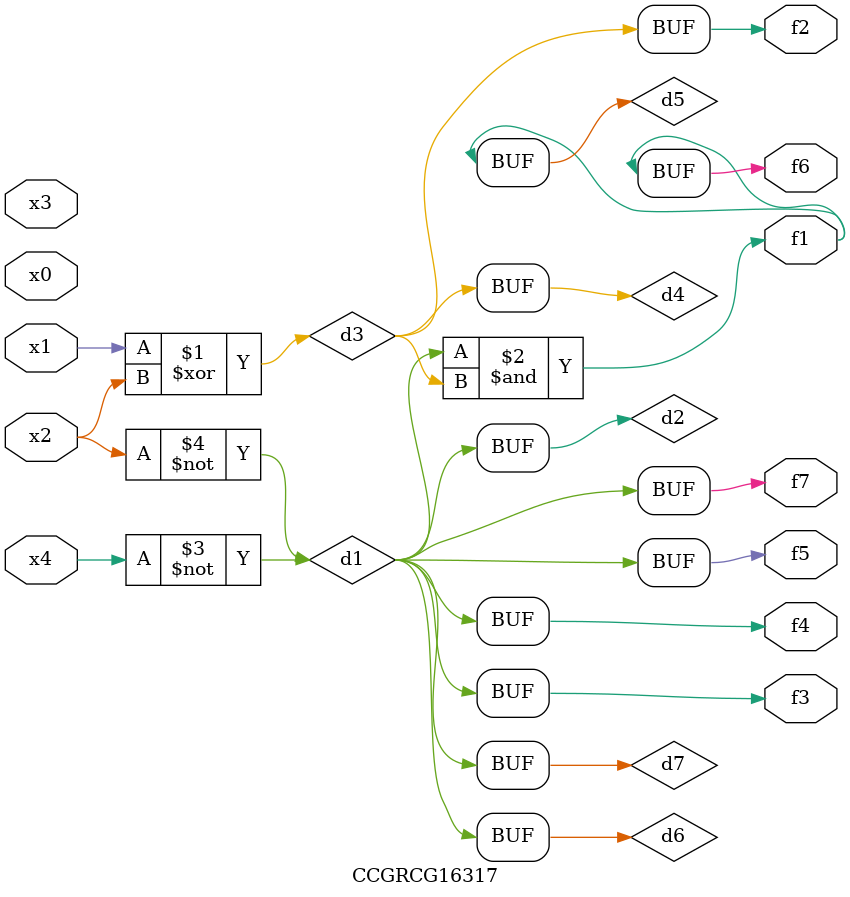
<source format=v>
module CCGRCG16317(
	input x0, x1, x2, x3, x4,
	output f1, f2, f3, f4, f5, f6, f7
);

	wire d1, d2, d3, d4, d5, d6, d7;

	not (d1, x4);
	not (d2, x2);
	xor (d3, x1, x2);
	buf (d4, d3);
	and (d5, d1, d3);
	buf (d6, d1, d2);
	buf (d7, d2);
	assign f1 = d5;
	assign f2 = d4;
	assign f3 = d7;
	assign f4 = d7;
	assign f5 = d7;
	assign f6 = d5;
	assign f7 = d7;
endmodule

</source>
